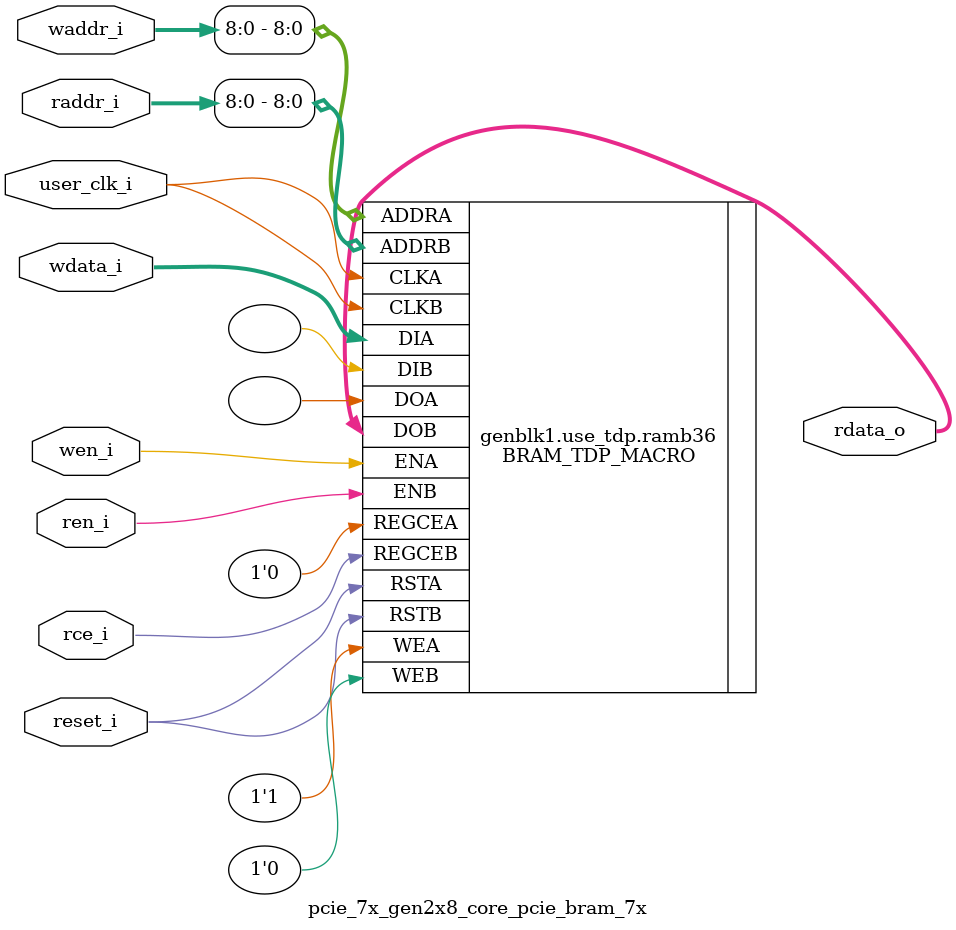
<source format=v>

`timescale 1ps/1ps

(* DowngradeIPIdentifiedWarnings = "yes" *)
module pcie_7x_gen2x8_core_pcie_bram_7x
  #(
    parameter [3:0]  LINK_CAP_MAX_LINK_SPEED = 4'h1,        // PCIe Link Speed : 1 - 2.5 GT/s; 2 - 5.0 GT/s
    parameter [5:0]  LINK_CAP_MAX_LINK_WIDTH = 6'h08,       // PCIe Link Width : 1 / 2 / 4 / 8
    parameter IMPL_TARGET = "HARD",                         // the implementation target : HARD, SOFT
    parameter DOB_REG = 0,                                  // 1 - use the output register;
                                                            // 0 - don't use the output register
    parameter WIDTH = 0                                     // supported WIDTH's : 4, 9, 18, 36 - uses RAMB36
                                                            //                     72 - uses RAMB36SDP
    )
    (
     input               user_clk_i,// user clock
     input               reset_i,   // bram reset

     input               wen_i,     // write enable
     input [12:0]        waddr_i,   // write address
     input [WIDTH - 1:0] wdata_i,   // write data

     input               ren_i,     // read enable
     input               rce_i,     // output register clock enable
     input [12:0]        raddr_i,   // read address

     output [WIDTH - 1:0] rdata_o   // read data
     );

   // map the address bits
   localparam ADDR_MSB = ((WIDTH == 4)  ? 12 :
                          (WIDTH == 9)  ? 11 :
                          (WIDTH == 18) ? 10 :
                          (WIDTH == 36) ?  9 :
                                           8
                          );

   // set the width of the tied off low address bits
   localparam ADDR_LO_BITS = ((WIDTH == 4)  ? 2 :
                              (WIDTH == 9)  ? 3 :
                              (WIDTH == 18) ? 4 :
                              (WIDTH == 36) ? 5 :
                                              0 // for WIDTH 72 use RAMB36SDP
                              );

   // map the data bits
   localparam D_MSB =  ((WIDTH == 4)  ?  3 :
                        (WIDTH == 9)  ?  7 :
                        (WIDTH == 18) ? 15 :
                        (WIDTH == 36) ? 31 :
                                        63
                        );

   // map the data parity bits
   localparam DP_LSB =  D_MSB + 1;

   localparam DP_MSB =  ((WIDTH == 4)  ? 4 :
                         (WIDTH == 9)  ? 8 :
                         (WIDTH == 18) ? 17 :
                         (WIDTH == 36) ? 35 :
                                         71
                        );

   localparam DPW = DP_MSB - DP_LSB + 1;
   localparam WRITE_MODE = ((WIDTH == 72) && (!((LINK_CAP_MAX_LINK_SPEED == 4'h2) && (LINK_CAP_MAX_LINK_WIDTH == 6'h08)))) ? "WRITE_FIRST" :
                           ((LINK_CAP_MAX_LINK_SPEED == 4'h2) && (LINK_CAP_MAX_LINK_WIDTH == 6'h08)) ? "WRITE_FIRST" : "NO_CHANGE";

   localparam DEVICE = (IMPL_TARGET == "HARD") ? "7SERIES" : "VIRTEX6";
   localparam BRAM_SIZE = "36Kb";

   localparam WE_WIDTH =(DEVICE == "VIRTEX5" || DEVICE == "VIRTEX6" || DEVICE == "7SERIES") ?
                            ((WIDTH <= 9) ? 1 :
                             (WIDTH > 9 && WIDTH <= 18) ? 2 :
                             (WIDTH > 18 && WIDTH <= 36) ? 4 :
                             (WIDTH > 36 && WIDTH <= 72) ? 8 :
                             (BRAM_SIZE == "18Kb") ? 4 : 8 ) : 8;

   //synthesis translate_off
   initial begin
      //$display("[%t] %m DOB_REG %0d WIDTH %0d ADDR_MSB %0d ADDR_LO_BITS %0d DP_MSB %0d DP_LSB %0d D_MSB %0d",
      //          $time, DOB_REG,   WIDTH,    ADDR_MSB,    ADDR_LO_BITS,    DP_MSB,    DP_LSB,    D_MSB);

      case (WIDTH)
        4,9,18,36,72:;
        default:
          begin
             $display("[%t] %m Error WIDTH %0d not supported", $time, WIDTH);
             $finish;
          end
      endcase // case (WIDTH)
   end
   //synthesis translate_on

   generate
   if ((LINK_CAP_MAX_LINK_WIDTH == 6'h08 && LINK_CAP_MAX_LINK_SPEED == 4'h2) || (WIDTH == 72)) begin : use_sdp
        BRAM_SDP_MACRO #(
               .DEVICE        (DEVICE),
               .BRAM_SIZE     (BRAM_SIZE),
               .DO_REG        (DOB_REG),
               .READ_WIDTH    (WIDTH),
               .WRITE_WIDTH   (WIDTH),
               .WRITE_MODE    (WRITE_MODE)
               )
        ramb36sdp(
               .DO             (rdata_o[WIDTH-1:0]),
               .DI             (wdata_i[WIDTH-1:0]),
               .RDADDR         (raddr_i[ADDR_MSB:0]),
               .RDCLK          (user_clk_i),
               .RDEN           (ren_i),
               .REGCE          (rce_i),
               .RST            (reset_i),
               .WE             ({WE_WIDTH{1'b1}}),
               .WRADDR         (waddr_i[ADDR_MSB:0]),
               .WRCLK          (user_clk_i),
               .WREN           (wen_i)
               );

    end  // block: use_sdp
    else if (WIDTH <= 36) begin : use_tdp
    // use RAMB36's if the width is 4, 9, 18, or 36
        BRAM_TDP_MACRO #(
               .DEVICE        (DEVICE),
               .BRAM_SIZE     (BRAM_SIZE),
               .DOA_REG       (0),
               .DOB_REG       (DOB_REG),
               .READ_WIDTH_A  (WIDTH),
               .READ_WIDTH_B  (WIDTH),
               .WRITE_WIDTH_A (WIDTH),
               .WRITE_WIDTH_B (WIDTH),
               .WRITE_MODE_A  (WRITE_MODE)
               )
        ramb36(
               .DOA            (),
               .DOB            (rdata_o[WIDTH-1:0]),
               .ADDRA          (waddr_i[ADDR_MSB:0]),
               .ADDRB          (raddr_i[ADDR_MSB:0]),
               .CLKA           (user_clk_i),
               .CLKB           (user_clk_i),
               .DIA            (wdata_i[WIDTH-1:0]),
               .DIB            ({WIDTH{1'b0}}),
               .ENA            (wen_i),
               .ENB            (ren_i),
               .REGCEA         (1'b0),
               .REGCEB         (rce_i),
               .RSTA           (reset_i),
               .RSTB           (reset_i),
               .WEA            ({WE_WIDTH{1'b1}}),
               .WEB            ({WE_WIDTH{1'b0}})
               );
   end // block: use_tdp
   endgenerate

endmodule // pcie_bram_7x


</source>
